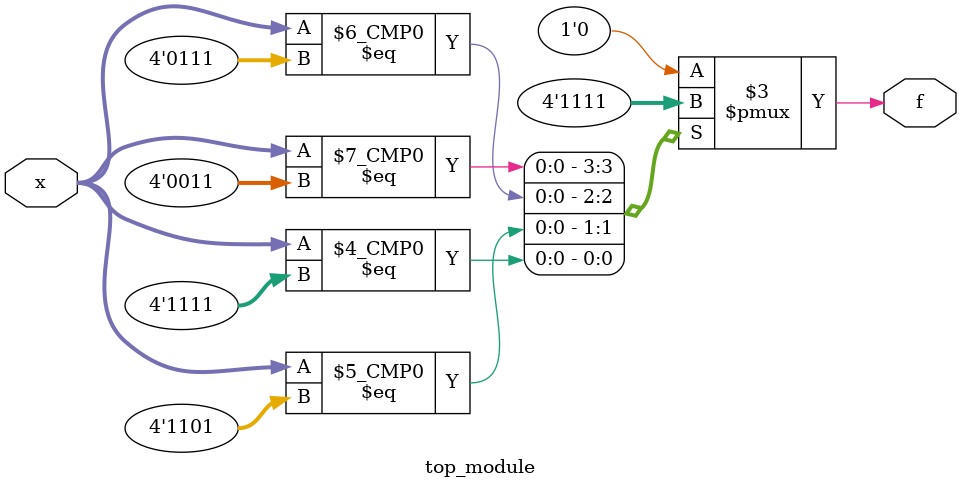
<source format=sv>
module top_module (
    input [4:1] x,
    output logic f
);

always_comb begin
    case (x)
        4'b0001: f = 1'b0;
        4'b0011: f = 1'b1;
        4'b0111: f = 1'b1;
        4'b1011: f = 1'b0;
        4'b1101: f = 1'b1;
        4'b1111: f = 1'b1;
        default: f = 1'b0; // This covers the don't-care cases
    endcase
end

endmodule

</source>
